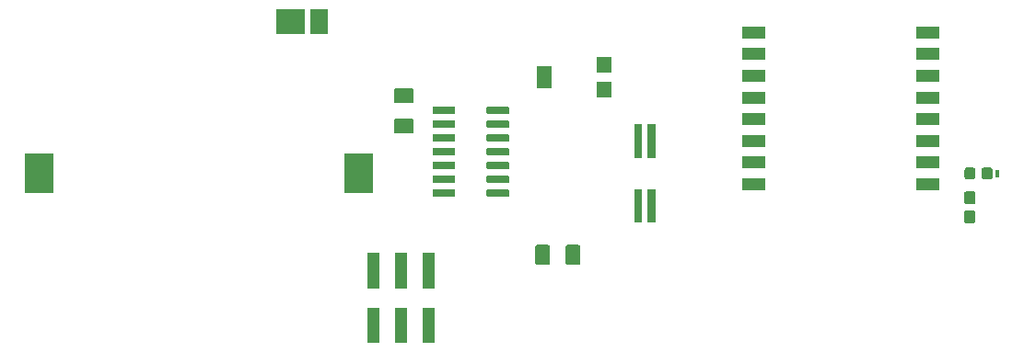
<source format=gts>
G04 #@! TF.GenerationSoftware,KiCad,Pcbnew,(5.1.2-1)-1*
G04 #@! TF.CreationDate,2019-09-23T09:48:08+02:00*
G04 #@! TF.ProjectId,briefkastensensor,62726965-666b-4617-9374-656e73656e73,rev?*
G04 #@! TF.SameCoordinates,Original*
G04 #@! TF.FileFunction,Soldermask,Top*
G04 #@! TF.FilePolarity,Negative*
%FSLAX46Y46*%
G04 Gerber Fmt 4.6, Leading zero omitted, Abs format (unit mm)*
G04 Created by KiCad (PCBNEW (5.1.2-1)-1) date 2019-09-23 09:48:08*
%MOMM*%
%LPD*%
G04 APERTURE LIST*
%ADD10C,0.100000*%
G04 APERTURE END LIST*
D10*
G36*
X141631000Y-103126000D02*
G01*
X140529000Y-103126000D01*
X140529000Y-99874000D01*
X141631000Y-99874000D01*
X141631000Y-103126000D01*
X141631000Y-103126000D01*
G37*
G36*
X139091000Y-103126000D02*
G01*
X137989000Y-103126000D01*
X137989000Y-99874000D01*
X139091000Y-99874000D01*
X139091000Y-103126000D01*
X139091000Y-103126000D01*
G37*
G36*
X136551000Y-103126000D02*
G01*
X135449000Y-103126000D01*
X135449000Y-99874000D01*
X136551000Y-99874000D01*
X136551000Y-103126000D01*
X136551000Y-103126000D01*
G37*
G36*
X141631000Y-98076000D02*
G01*
X140529000Y-98076000D01*
X140529000Y-94824000D01*
X141631000Y-94824000D01*
X141631000Y-98076000D01*
X141631000Y-98076000D01*
G37*
G36*
X139091000Y-98076000D02*
G01*
X137989000Y-98076000D01*
X137989000Y-94824000D01*
X139091000Y-94824000D01*
X139091000Y-98076000D01*
X139091000Y-98076000D01*
G37*
G36*
X136551000Y-98076000D02*
G01*
X135449000Y-98076000D01*
X135449000Y-94824000D01*
X136551000Y-94824000D01*
X136551000Y-98076000D01*
X136551000Y-98076000D01*
G37*
G36*
X154918604Y-94078347D02*
G01*
X154955144Y-94089432D01*
X154988821Y-94107433D01*
X155018341Y-94131659D01*
X155042567Y-94161179D01*
X155060568Y-94194856D01*
X155071653Y-94231396D01*
X155076000Y-94275538D01*
X155076000Y-95724462D01*
X155071653Y-95768604D01*
X155060568Y-95805144D01*
X155042567Y-95838821D01*
X155018341Y-95868341D01*
X154988821Y-95892567D01*
X154955144Y-95910568D01*
X154918604Y-95921653D01*
X154874462Y-95926000D01*
X153925538Y-95926000D01*
X153881396Y-95921653D01*
X153844856Y-95910568D01*
X153811179Y-95892567D01*
X153781659Y-95868341D01*
X153757433Y-95838821D01*
X153739432Y-95805144D01*
X153728347Y-95768604D01*
X153724000Y-95724462D01*
X153724000Y-94275538D01*
X153728347Y-94231396D01*
X153739432Y-94194856D01*
X153757433Y-94161179D01*
X153781659Y-94131659D01*
X153811179Y-94107433D01*
X153844856Y-94089432D01*
X153881396Y-94078347D01*
X153925538Y-94074000D01*
X154874462Y-94074000D01*
X154918604Y-94078347D01*
X154918604Y-94078347D01*
G37*
G36*
X152118604Y-94078347D02*
G01*
X152155144Y-94089432D01*
X152188821Y-94107433D01*
X152218341Y-94131659D01*
X152242567Y-94161179D01*
X152260568Y-94194856D01*
X152271653Y-94231396D01*
X152276000Y-94275538D01*
X152276000Y-95724462D01*
X152271653Y-95768604D01*
X152260568Y-95805144D01*
X152242567Y-95838821D01*
X152218341Y-95868341D01*
X152188821Y-95892567D01*
X152155144Y-95910568D01*
X152118604Y-95921653D01*
X152074462Y-95926000D01*
X151125538Y-95926000D01*
X151081396Y-95921653D01*
X151044856Y-95910568D01*
X151011179Y-95892567D01*
X150981659Y-95868341D01*
X150957433Y-95838821D01*
X150939432Y-95805144D01*
X150928347Y-95768604D01*
X150924000Y-95724462D01*
X150924000Y-94275538D01*
X150928347Y-94231396D01*
X150939432Y-94194856D01*
X150957433Y-94161179D01*
X150981659Y-94131659D01*
X151011179Y-94107433D01*
X151044856Y-94089432D01*
X151081396Y-94078347D01*
X151125538Y-94074000D01*
X152074462Y-94074000D01*
X152118604Y-94078347D01*
X152118604Y-94078347D01*
G37*
G36*
X191245499Y-90917945D02*
G01*
X191282995Y-90929320D01*
X191317554Y-90947792D01*
X191347847Y-90972653D01*
X191372708Y-91002946D01*
X191391180Y-91037505D01*
X191402555Y-91075001D01*
X191407000Y-91120138D01*
X191407000Y-91858862D01*
X191402555Y-91903999D01*
X191391180Y-91941495D01*
X191372708Y-91976054D01*
X191347847Y-92006347D01*
X191317554Y-92031208D01*
X191282995Y-92049680D01*
X191245499Y-92061055D01*
X191200362Y-92065500D01*
X190561638Y-92065500D01*
X190516501Y-92061055D01*
X190479005Y-92049680D01*
X190444446Y-92031208D01*
X190414153Y-92006347D01*
X190389292Y-91976054D01*
X190370820Y-91941495D01*
X190359445Y-91903999D01*
X190355000Y-91858862D01*
X190355000Y-91120138D01*
X190359445Y-91075001D01*
X190370820Y-91037505D01*
X190389292Y-91002946D01*
X190414153Y-90972653D01*
X190444446Y-90947792D01*
X190479005Y-90929320D01*
X190516501Y-90917945D01*
X190561638Y-90913500D01*
X191200362Y-90913500D01*
X191245499Y-90917945D01*
X191245499Y-90917945D01*
G37*
G36*
X161951000Y-92051000D02*
G01*
X161249000Y-92051000D01*
X161249000Y-88949000D01*
X161951000Y-88949000D01*
X161951000Y-92051000D01*
X161951000Y-92051000D01*
G37*
G36*
X160751000Y-92051000D02*
G01*
X160049000Y-92051000D01*
X160049000Y-88949000D01*
X160751000Y-88949000D01*
X160751000Y-92051000D01*
X160751000Y-92051000D01*
G37*
G36*
X191245499Y-89167945D02*
G01*
X191282995Y-89179320D01*
X191317554Y-89197792D01*
X191347847Y-89222653D01*
X191372708Y-89252946D01*
X191391180Y-89287505D01*
X191402555Y-89325001D01*
X191407000Y-89370138D01*
X191407000Y-90108862D01*
X191402555Y-90153999D01*
X191391180Y-90191495D01*
X191372708Y-90226054D01*
X191347847Y-90256347D01*
X191317554Y-90281208D01*
X191282995Y-90299680D01*
X191245499Y-90311055D01*
X191200362Y-90315500D01*
X190561638Y-90315500D01*
X190516501Y-90311055D01*
X190479005Y-90299680D01*
X190444446Y-90281208D01*
X190414153Y-90256347D01*
X190389292Y-90226054D01*
X190370820Y-90191495D01*
X190359445Y-90153999D01*
X190355000Y-90108862D01*
X190355000Y-89370138D01*
X190359445Y-89325001D01*
X190370820Y-89287505D01*
X190389292Y-89252946D01*
X190414153Y-89222653D01*
X190444446Y-89197792D01*
X190479005Y-89179320D01*
X190516501Y-89167945D01*
X190561638Y-89163500D01*
X191200362Y-89163500D01*
X191245499Y-89167945D01*
X191245499Y-89167945D01*
G37*
G36*
X148409928Y-88961764D02*
G01*
X148431009Y-88968160D01*
X148450445Y-88978548D01*
X148467476Y-88992524D01*
X148481452Y-89009555D01*
X148491840Y-89028991D01*
X148498236Y-89050072D01*
X148501000Y-89078140D01*
X148501000Y-89541860D01*
X148498236Y-89569928D01*
X148491840Y-89591009D01*
X148481452Y-89610445D01*
X148467476Y-89627476D01*
X148450445Y-89641452D01*
X148431009Y-89651840D01*
X148409928Y-89658236D01*
X148381860Y-89661000D01*
X146568140Y-89661000D01*
X146540072Y-89658236D01*
X146518991Y-89651840D01*
X146499555Y-89641452D01*
X146482524Y-89627476D01*
X146468548Y-89610445D01*
X146458160Y-89591009D01*
X146451764Y-89569928D01*
X146449000Y-89541860D01*
X146449000Y-89078140D01*
X146451764Y-89050072D01*
X146458160Y-89028991D01*
X146468548Y-89009555D01*
X146482524Y-88992524D01*
X146499555Y-88978548D01*
X146518991Y-88968160D01*
X146540072Y-88961764D01*
X146568140Y-88959000D01*
X148381860Y-88959000D01*
X148409928Y-88961764D01*
X148409928Y-88961764D01*
G37*
G36*
X143459928Y-88961764D02*
G01*
X143481009Y-88968160D01*
X143500445Y-88978548D01*
X143517476Y-88992524D01*
X143531452Y-89009555D01*
X143541840Y-89028991D01*
X143548236Y-89050072D01*
X143551000Y-89078140D01*
X143551000Y-89541860D01*
X143548236Y-89569928D01*
X143541840Y-89591009D01*
X143531452Y-89610445D01*
X143517476Y-89627476D01*
X143500445Y-89641452D01*
X143481009Y-89651840D01*
X143459928Y-89658236D01*
X143431860Y-89661000D01*
X141618140Y-89661000D01*
X141590072Y-89658236D01*
X141568991Y-89651840D01*
X141549555Y-89641452D01*
X141532524Y-89627476D01*
X141518548Y-89610445D01*
X141508160Y-89591009D01*
X141501764Y-89569928D01*
X141499000Y-89541860D01*
X141499000Y-89078140D01*
X141501764Y-89050072D01*
X141508160Y-89028991D01*
X141518548Y-89009555D01*
X141532524Y-88992524D01*
X141549555Y-88978548D01*
X141568991Y-88968160D01*
X141590072Y-88961764D01*
X141618140Y-88959000D01*
X143431860Y-88959000D01*
X143459928Y-88961764D01*
X143459928Y-88961764D01*
G37*
G36*
X106641000Y-89306000D02*
G01*
X103999000Y-89306000D01*
X103999000Y-85694000D01*
X106641000Y-85694000D01*
X106641000Y-89306000D01*
X106641000Y-89306000D01*
G37*
G36*
X136001000Y-89306000D02*
G01*
X133359000Y-89306000D01*
X133359000Y-85694000D01*
X136001000Y-85694000D01*
X136001000Y-89306000D01*
X136001000Y-89306000D01*
G37*
G36*
X188051000Y-89051000D02*
G01*
X185949000Y-89051000D01*
X185949000Y-87949000D01*
X188051000Y-87949000D01*
X188051000Y-89051000D01*
X188051000Y-89051000D01*
G37*
G36*
X172051000Y-89051000D02*
G01*
X169949000Y-89051000D01*
X169949000Y-87949000D01*
X172051000Y-87949000D01*
X172051000Y-89051000D01*
X172051000Y-89051000D01*
G37*
G36*
X148409928Y-87691764D02*
G01*
X148431009Y-87698160D01*
X148450445Y-87708548D01*
X148467476Y-87722524D01*
X148481452Y-87739555D01*
X148491840Y-87758991D01*
X148498236Y-87780072D01*
X148501000Y-87808140D01*
X148501000Y-88271860D01*
X148498236Y-88299928D01*
X148491840Y-88321009D01*
X148481452Y-88340445D01*
X148467476Y-88357476D01*
X148450445Y-88371452D01*
X148431009Y-88381840D01*
X148409928Y-88388236D01*
X148381860Y-88391000D01*
X146568140Y-88391000D01*
X146540072Y-88388236D01*
X146518991Y-88381840D01*
X146499555Y-88371452D01*
X146482524Y-88357476D01*
X146468548Y-88340445D01*
X146458160Y-88321009D01*
X146451764Y-88299928D01*
X146449000Y-88271860D01*
X146449000Y-87808140D01*
X146451764Y-87780072D01*
X146458160Y-87758991D01*
X146468548Y-87739555D01*
X146482524Y-87722524D01*
X146499555Y-87708548D01*
X146518991Y-87698160D01*
X146540072Y-87691764D01*
X146568140Y-87689000D01*
X148381860Y-87689000D01*
X148409928Y-87691764D01*
X148409928Y-87691764D01*
G37*
G36*
X143459928Y-87691764D02*
G01*
X143481009Y-87698160D01*
X143500445Y-87708548D01*
X143517476Y-87722524D01*
X143531452Y-87739555D01*
X143541840Y-87758991D01*
X143548236Y-87780072D01*
X143551000Y-87808140D01*
X143551000Y-88271860D01*
X143548236Y-88299928D01*
X143541840Y-88321009D01*
X143531452Y-88340445D01*
X143517476Y-88357476D01*
X143500445Y-88371452D01*
X143481009Y-88381840D01*
X143459928Y-88388236D01*
X143431860Y-88391000D01*
X141618140Y-88391000D01*
X141590072Y-88388236D01*
X141568991Y-88381840D01*
X141549555Y-88371452D01*
X141532524Y-88357476D01*
X141518548Y-88340445D01*
X141508160Y-88321009D01*
X141501764Y-88299928D01*
X141499000Y-88271860D01*
X141499000Y-87808140D01*
X141501764Y-87780072D01*
X141508160Y-87758991D01*
X141518548Y-87739555D01*
X141532524Y-87722524D01*
X141549555Y-87708548D01*
X141568991Y-87698160D01*
X141590072Y-87691764D01*
X141618140Y-87689000D01*
X143431860Y-87689000D01*
X143459928Y-87691764D01*
X143459928Y-87691764D01*
G37*
G36*
X192798791Y-86971685D02*
G01*
X192832769Y-86981993D01*
X192864090Y-86998734D01*
X192891539Y-87021261D01*
X192914066Y-87048710D01*
X192930807Y-87080031D01*
X192941115Y-87114009D01*
X192945200Y-87155490D01*
X192945200Y-87831710D01*
X192941115Y-87873191D01*
X192930807Y-87907169D01*
X192914066Y-87938490D01*
X192891539Y-87965939D01*
X192864090Y-87988466D01*
X192832769Y-88005207D01*
X192798791Y-88015515D01*
X192757310Y-88019600D01*
X192156090Y-88019600D01*
X192114609Y-88015515D01*
X192080631Y-88005207D01*
X192049310Y-87988466D01*
X192021861Y-87965939D01*
X191999334Y-87938490D01*
X191982593Y-87907169D01*
X191972285Y-87873191D01*
X191968200Y-87831710D01*
X191968200Y-87155490D01*
X191972285Y-87114009D01*
X191982593Y-87080031D01*
X191999334Y-87048710D01*
X192021861Y-87021261D01*
X192049310Y-86998734D01*
X192080631Y-86981993D01*
X192114609Y-86971685D01*
X192156090Y-86967600D01*
X192757310Y-86967600D01*
X192798791Y-86971685D01*
X192798791Y-86971685D01*
G37*
G36*
X191223791Y-86971685D02*
G01*
X191257769Y-86981993D01*
X191289090Y-86998734D01*
X191316539Y-87021261D01*
X191339066Y-87048710D01*
X191355807Y-87080031D01*
X191366115Y-87114009D01*
X191370200Y-87155490D01*
X191370200Y-87831710D01*
X191366115Y-87873191D01*
X191355807Y-87907169D01*
X191339066Y-87938490D01*
X191316539Y-87965939D01*
X191289090Y-87988466D01*
X191257769Y-88005207D01*
X191223791Y-88015515D01*
X191182310Y-88019600D01*
X190581090Y-88019600D01*
X190539609Y-88015515D01*
X190505631Y-88005207D01*
X190474310Y-87988466D01*
X190446861Y-87965939D01*
X190424334Y-87938490D01*
X190407593Y-87907169D01*
X190397285Y-87873191D01*
X190393200Y-87831710D01*
X190393200Y-87155490D01*
X190397285Y-87114009D01*
X190407593Y-87080031D01*
X190424334Y-87048710D01*
X190446861Y-87021261D01*
X190474310Y-86998734D01*
X190505631Y-86981993D01*
X190539609Y-86971685D01*
X190581090Y-86967600D01*
X191182310Y-86967600D01*
X191223791Y-86971685D01*
X191223791Y-86971685D01*
G37*
G36*
X193551000Y-87851000D02*
G01*
X193249000Y-87851000D01*
X193249000Y-87149000D01*
X193551000Y-87149000D01*
X193551000Y-87851000D01*
X193551000Y-87851000D01*
G37*
G36*
X143459928Y-86421764D02*
G01*
X143481009Y-86428160D01*
X143500445Y-86438548D01*
X143517476Y-86452524D01*
X143531452Y-86469555D01*
X143541840Y-86488991D01*
X143548236Y-86510072D01*
X143551000Y-86538140D01*
X143551000Y-87001860D01*
X143548236Y-87029928D01*
X143541840Y-87051009D01*
X143531452Y-87070445D01*
X143517476Y-87087476D01*
X143500445Y-87101452D01*
X143481009Y-87111840D01*
X143459928Y-87118236D01*
X143431860Y-87121000D01*
X141618140Y-87121000D01*
X141590072Y-87118236D01*
X141568991Y-87111840D01*
X141549555Y-87101452D01*
X141532524Y-87087476D01*
X141518548Y-87070445D01*
X141508160Y-87051009D01*
X141501764Y-87029928D01*
X141499000Y-87001860D01*
X141499000Y-86538140D01*
X141501764Y-86510072D01*
X141508160Y-86488991D01*
X141518548Y-86469555D01*
X141532524Y-86452524D01*
X141549555Y-86438548D01*
X141568991Y-86428160D01*
X141590072Y-86421764D01*
X141618140Y-86419000D01*
X143431860Y-86419000D01*
X143459928Y-86421764D01*
X143459928Y-86421764D01*
G37*
G36*
X148409928Y-86421764D02*
G01*
X148431009Y-86428160D01*
X148450445Y-86438548D01*
X148467476Y-86452524D01*
X148481452Y-86469555D01*
X148491840Y-86488991D01*
X148498236Y-86510072D01*
X148501000Y-86538140D01*
X148501000Y-87001860D01*
X148498236Y-87029928D01*
X148491840Y-87051009D01*
X148481452Y-87070445D01*
X148467476Y-87087476D01*
X148450445Y-87101452D01*
X148431009Y-87111840D01*
X148409928Y-87118236D01*
X148381860Y-87121000D01*
X146568140Y-87121000D01*
X146540072Y-87118236D01*
X146518991Y-87111840D01*
X146499555Y-87101452D01*
X146482524Y-87087476D01*
X146468548Y-87070445D01*
X146458160Y-87051009D01*
X146451764Y-87029928D01*
X146449000Y-87001860D01*
X146449000Y-86538140D01*
X146451764Y-86510072D01*
X146458160Y-86488991D01*
X146468548Y-86469555D01*
X146482524Y-86452524D01*
X146499555Y-86438548D01*
X146518991Y-86428160D01*
X146540072Y-86421764D01*
X146568140Y-86419000D01*
X148381860Y-86419000D01*
X148409928Y-86421764D01*
X148409928Y-86421764D01*
G37*
G36*
X172051000Y-87051000D02*
G01*
X169949000Y-87051000D01*
X169949000Y-85949000D01*
X172051000Y-85949000D01*
X172051000Y-87051000D01*
X172051000Y-87051000D01*
G37*
G36*
X188051000Y-87051000D02*
G01*
X185949000Y-87051000D01*
X185949000Y-85949000D01*
X188051000Y-85949000D01*
X188051000Y-87051000D01*
X188051000Y-87051000D01*
G37*
G36*
X161951000Y-86051000D02*
G01*
X161249000Y-86051000D01*
X161249000Y-82949000D01*
X161951000Y-82949000D01*
X161951000Y-86051000D01*
X161951000Y-86051000D01*
G37*
G36*
X160751000Y-86051000D02*
G01*
X160049000Y-86051000D01*
X160049000Y-82949000D01*
X160751000Y-82949000D01*
X160751000Y-86051000D01*
X160751000Y-86051000D01*
G37*
G36*
X148409928Y-85151764D02*
G01*
X148431009Y-85158160D01*
X148450445Y-85168548D01*
X148467476Y-85182524D01*
X148481452Y-85199555D01*
X148491840Y-85218991D01*
X148498236Y-85240072D01*
X148501000Y-85268140D01*
X148501000Y-85731860D01*
X148498236Y-85759928D01*
X148491840Y-85781009D01*
X148481452Y-85800445D01*
X148467476Y-85817476D01*
X148450445Y-85831452D01*
X148431009Y-85841840D01*
X148409928Y-85848236D01*
X148381860Y-85851000D01*
X146568140Y-85851000D01*
X146540072Y-85848236D01*
X146518991Y-85841840D01*
X146499555Y-85831452D01*
X146482524Y-85817476D01*
X146468548Y-85800445D01*
X146458160Y-85781009D01*
X146451764Y-85759928D01*
X146449000Y-85731860D01*
X146449000Y-85268140D01*
X146451764Y-85240072D01*
X146458160Y-85218991D01*
X146468548Y-85199555D01*
X146482524Y-85182524D01*
X146499555Y-85168548D01*
X146518991Y-85158160D01*
X146540072Y-85151764D01*
X146568140Y-85149000D01*
X148381860Y-85149000D01*
X148409928Y-85151764D01*
X148409928Y-85151764D01*
G37*
G36*
X143459928Y-85151764D02*
G01*
X143481009Y-85158160D01*
X143500445Y-85168548D01*
X143517476Y-85182524D01*
X143531452Y-85199555D01*
X143541840Y-85218991D01*
X143548236Y-85240072D01*
X143551000Y-85268140D01*
X143551000Y-85731860D01*
X143548236Y-85759928D01*
X143541840Y-85781009D01*
X143531452Y-85800445D01*
X143517476Y-85817476D01*
X143500445Y-85831452D01*
X143481009Y-85841840D01*
X143459928Y-85848236D01*
X143431860Y-85851000D01*
X141618140Y-85851000D01*
X141590072Y-85848236D01*
X141568991Y-85841840D01*
X141549555Y-85831452D01*
X141532524Y-85817476D01*
X141518548Y-85800445D01*
X141508160Y-85781009D01*
X141501764Y-85759928D01*
X141499000Y-85731860D01*
X141499000Y-85268140D01*
X141501764Y-85240072D01*
X141508160Y-85218991D01*
X141518548Y-85199555D01*
X141532524Y-85182524D01*
X141549555Y-85168548D01*
X141568991Y-85158160D01*
X141590072Y-85151764D01*
X141618140Y-85149000D01*
X143431860Y-85149000D01*
X143459928Y-85151764D01*
X143459928Y-85151764D01*
G37*
G36*
X188051000Y-85051000D02*
G01*
X185949000Y-85051000D01*
X185949000Y-83949000D01*
X188051000Y-83949000D01*
X188051000Y-85051000D01*
X188051000Y-85051000D01*
G37*
G36*
X172051000Y-85051000D02*
G01*
X169949000Y-85051000D01*
X169949000Y-83949000D01*
X172051000Y-83949000D01*
X172051000Y-85051000D01*
X172051000Y-85051000D01*
G37*
G36*
X143459928Y-83881764D02*
G01*
X143481009Y-83888160D01*
X143500445Y-83898548D01*
X143517476Y-83912524D01*
X143531452Y-83929555D01*
X143541840Y-83948991D01*
X143548236Y-83970072D01*
X143551000Y-83998140D01*
X143551000Y-84461860D01*
X143548236Y-84489928D01*
X143541840Y-84511009D01*
X143531452Y-84530445D01*
X143517476Y-84547476D01*
X143500445Y-84561452D01*
X143481009Y-84571840D01*
X143459928Y-84578236D01*
X143431860Y-84581000D01*
X141618140Y-84581000D01*
X141590072Y-84578236D01*
X141568991Y-84571840D01*
X141549555Y-84561452D01*
X141532524Y-84547476D01*
X141518548Y-84530445D01*
X141508160Y-84511009D01*
X141501764Y-84489928D01*
X141499000Y-84461860D01*
X141499000Y-83998140D01*
X141501764Y-83970072D01*
X141508160Y-83948991D01*
X141518548Y-83929555D01*
X141532524Y-83912524D01*
X141549555Y-83898548D01*
X141568991Y-83888160D01*
X141590072Y-83881764D01*
X141618140Y-83879000D01*
X143431860Y-83879000D01*
X143459928Y-83881764D01*
X143459928Y-83881764D01*
G37*
G36*
X148409928Y-83881764D02*
G01*
X148431009Y-83888160D01*
X148450445Y-83898548D01*
X148467476Y-83912524D01*
X148481452Y-83929555D01*
X148491840Y-83948991D01*
X148498236Y-83970072D01*
X148501000Y-83998140D01*
X148501000Y-84461860D01*
X148498236Y-84489928D01*
X148491840Y-84511009D01*
X148481452Y-84530445D01*
X148467476Y-84547476D01*
X148450445Y-84561452D01*
X148431009Y-84571840D01*
X148409928Y-84578236D01*
X148381860Y-84581000D01*
X146568140Y-84581000D01*
X146540072Y-84578236D01*
X146518991Y-84571840D01*
X146499555Y-84561452D01*
X146482524Y-84547476D01*
X146468548Y-84530445D01*
X146458160Y-84511009D01*
X146451764Y-84489928D01*
X146449000Y-84461860D01*
X146449000Y-83998140D01*
X146451764Y-83970072D01*
X146458160Y-83948991D01*
X146468548Y-83929555D01*
X146482524Y-83912524D01*
X146499555Y-83898548D01*
X146518991Y-83888160D01*
X146540072Y-83881764D01*
X146568140Y-83879000D01*
X148381860Y-83879000D01*
X148409928Y-83881764D01*
X148409928Y-83881764D01*
G37*
G36*
X139605004Y-82465547D02*
G01*
X139641544Y-82476632D01*
X139675221Y-82494633D01*
X139704741Y-82518859D01*
X139728967Y-82548379D01*
X139746968Y-82582056D01*
X139758053Y-82618596D01*
X139762400Y-82662738D01*
X139762400Y-83611662D01*
X139758053Y-83655804D01*
X139746968Y-83692344D01*
X139728967Y-83726021D01*
X139704741Y-83755541D01*
X139675221Y-83779767D01*
X139641544Y-83797768D01*
X139605004Y-83808853D01*
X139560862Y-83813200D01*
X138111938Y-83813200D01*
X138067796Y-83808853D01*
X138031256Y-83797768D01*
X137997579Y-83779767D01*
X137968059Y-83755541D01*
X137943833Y-83726021D01*
X137925832Y-83692344D01*
X137914747Y-83655804D01*
X137910400Y-83611662D01*
X137910400Y-82662738D01*
X137914747Y-82618596D01*
X137925832Y-82582056D01*
X137943833Y-82548379D01*
X137968059Y-82518859D01*
X137997579Y-82494633D01*
X138031256Y-82476632D01*
X138067796Y-82465547D01*
X138111938Y-82461200D01*
X139560862Y-82461200D01*
X139605004Y-82465547D01*
X139605004Y-82465547D01*
G37*
G36*
X143459928Y-82611764D02*
G01*
X143481009Y-82618160D01*
X143500445Y-82628548D01*
X143517476Y-82642524D01*
X143531452Y-82659555D01*
X143541840Y-82678991D01*
X143548236Y-82700072D01*
X143551000Y-82728140D01*
X143551000Y-83191860D01*
X143548236Y-83219928D01*
X143541840Y-83241009D01*
X143531452Y-83260445D01*
X143517476Y-83277476D01*
X143500445Y-83291452D01*
X143481009Y-83301840D01*
X143459928Y-83308236D01*
X143431860Y-83311000D01*
X141618140Y-83311000D01*
X141590072Y-83308236D01*
X141568991Y-83301840D01*
X141549555Y-83291452D01*
X141532524Y-83277476D01*
X141518548Y-83260445D01*
X141508160Y-83241009D01*
X141501764Y-83219928D01*
X141499000Y-83191860D01*
X141499000Y-82728140D01*
X141501764Y-82700072D01*
X141508160Y-82678991D01*
X141518548Y-82659555D01*
X141532524Y-82642524D01*
X141549555Y-82628548D01*
X141568991Y-82618160D01*
X141590072Y-82611764D01*
X141618140Y-82609000D01*
X143431860Y-82609000D01*
X143459928Y-82611764D01*
X143459928Y-82611764D01*
G37*
G36*
X148409928Y-82611764D02*
G01*
X148431009Y-82618160D01*
X148450445Y-82628548D01*
X148467476Y-82642524D01*
X148481452Y-82659555D01*
X148491840Y-82678991D01*
X148498236Y-82700072D01*
X148501000Y-82728140D01*
X148501000Y-83191860D01*
X148498236Y-83219928D01*
X148491840Y-83241009D01*
X148481452Y-83260445D01*
X148467476Y-83277476D01*
X148450445Y-83291452D01*
X148431009Y-83301840D01*
X148409928Y-83308236D01*
X148381860Y-83311000D01*
X146568140Y-83311000D01*
X146540072Y-83308236D01*
X146518991Y-83301840D01*
X146499555Y-83291452D01*
X146482524Y-83277476D01*
X146468548Y-83260445D01*
X146458160Y-83241009D01*
X146451764Y-83219928D01*
X146449000Y-83191860D01*
X146449000Y-82728140D01*
X146451764Y-82700072D01*
X146458160Y-82678991D01*
X146468548Y-82659555D01*
X146482524Y-82642524D01*
X146499555Y-82628548D01*
X146518991Y-82618160D01*
X146540072Y-82611764D01*
X146568140Y-82609000D01*
X148381860Y-82609000D01*
X148409928Y-82611764D01*
X148409928Y-82611764D01*
G37*
G36*
X188051000Y-83051000D02*
G01*
X185949000Y-83051000D01*
X185949000Y-81949000D01*
X188051000Y-81949000D01*
X188051000Y-83051000D01*
X188051000Y-83051000D01*
G37*
G36*
X172051000Y-83051000D02*
G01*
X169949000Y-83051000D01*
X169949000Y-81949000D01*
X172051000Y-81949000D01*
X172051000Y-83051000D01*
X172051000Y-83051000D01*
G37*
G36*
X148409928Y-81341764D02*
G01*
X148431009Y-81348160D01*
X148450445Y-81358548D01*
X148467476Y-81372524D01*
X148481452Y-81389555D01*
X148491840Y-81408991D01*
X148498236Y-81430072D01*
X148501000Y-81458140D01*
X148501000Y-81921860D01*
X148498236Y-81949928D01*
X148491840Y-81971009D01*
X148481452Y-81990445D01*
X148467476Y-82007476D01*
X148450445Y-82021452D01*
X148431009Y-82031840D01*
X148409928Y-82038236D01*
X148381860Y-82041000D01*
X146568140Y-82041000D01*
X146540072Y-82038236D01*
X146518991Y-82031840D01*
X146499555Y-82021452D01*
X146482524Y-82007476D01*
X146468548Y-81990445D01*
X146458160Y-81971009D01*
X146451764Y-81949928D01*
X146449000Y-81921860D01*
X146449000Y-81458140D01*
X146451764Y-81430072D01*
X146458160Y-81408991D01*
X146468548Y-81389555D01*
X146482524Y-81372524D01*
X146499555Y-81358548D01*
X146518991Y-81348160D01*
X146540072Y-81341764D01*
X146568140Y-81339000D01*
X148381860Y-81339000D01*
X148409928Y-81341764D01*
X148409928Y-81341764D01*
G37*
G36*
X143459928Y-81341764D02*
G01*
X143481009Y-81348160D01*
X143500445Y-81358548D01*
X143517476Y-81372524D01*
X143531452Y-81389555D01*
X143541840Y-81408991D01*
X143548236Y-81430072D01*
X143551000Y-81458140D01*
X143551000Y-81921860D01*
X143548236Y-81949928D01*
X143541840Y-81971009D01*
X143531452Y-81990445D01*
X143517476Y-82007476D01*
X143500445Y-82021452D01*
X143481009Y-82031840D01*
X143459928Y-82038236D01*
X143431860Y-82041000D01*
X141618140Y-82041000D01*
X141590072Y-82038236D01*
X141568991Y-82031840D01*
X141549555Y-82021452D01*
X141532524Y-82007476D01*
X141518548Y-81990445D01*
X141508160Y-81971009D01*
X141501764Y-81949928D01*
X141499000Y-81921860D01*
X141499000Y-81458140D01*
X141501764Y-81430072D01*
X141508160Y-81408991D01*
X141518548Y-81389555D01*
X141532524Y-81372524D01*
X141549555Y-81358548D01*
X141568991Y-81348160D01*
X141590072Y-81341764D01*
X141618140Y-81339000D01*
X143431860Y-81339000D01*
X143459928Y-81341764D01*
X143459928Y-81341764D01*
G37*
G36*
X172051000Y-81051000D02*
G01*
X169949000Y-81051000D01*
X169949000Y-79949000D01*
X172051000Y-79949000D01*
X172051000Y-81051000D01*
X172051000Y-81051000D01*
G37*
G36*
X188051000Y-81051000D02*
G01*
X185949000Y-81051000D01*
X185949000Y-79949000D01*
X188051000Y-79949000D01*
X188051000Y-81051000D01*
X188051000Y-81051000D01*
G37*
G36*
X139605004Y-79665547D02*
G01*
X139641544Y-79676632D01*
X139675221Y-79694633D01*
X139704741Y-79718859D01*
X139728967Y-79748379D01*
X139746968Y-79782056D01*
X139758053Y-79818596D01*
X139762400Y-79862738D01*
X139762400Y-80811662D01*
X139758053Y-80855804D01*
X139746968Y-80892344D01*
X139728967Y-80926021D01*
X139704741Y-80955541D01*
X139675221Y-80979767D01*
X139641544Y-80997768D01*
X139605004Y-81008853D01*
X139560862Y-81013200D01*
X138111938Y-81013200D01*
X138067796Y-81008853D01*
X138031256Y-80997768D01*
X137997579Y-80979767D01*
X137968059Y-80955541D01*
X137943833Y-80926021D01*
X137925832Y-80892344D01*
X137914747Y-80855804D01*
X137910400Y-80811662D01*
X137910400Y-79862738D01*
X137914747Y-79818596D01*
X137925832Y-79782056D01*
X137943833Y-79748379D01*
X137968059Y-79718859D01*
X137997579Y-79694633D01*
X138031256Y-79676632D01*
X138067796Y-79665547D01*
X138111938Y-79661200D01*
X139560862Y-79661200D01*
X139605004Y-79665547D01*
X139605004Y-79665547D01*
G37*
G36*
X157951000Y-80489400D02*
G01*
X156549000Y-80489400D01*
X156549000Y-79087400D01*
X157951000Y-79087400D01*
X157951000Y-80489400D01*
X157951000Y-80489400D01*
G37*
G36*
X152451000Y-79689400D02*
G01*
X151049000Y-79689400D01*
X151049000Y-77587400D01*
X152451000Y-77587400D01*
X152451000Y-79689400D01*
X152451000Y-79689400D01*
G37*
G36*
X172051000Y-79051000D02*
G01*
X169949000Y-79051000D01*
X169949000Y-77949000D01*
X172051000Y-77949000D01*
X172051000Y-79051000D01*
X172051000Y-79051000D01*
G37*
G36*
X188051000Y-79051000D02*
G01*
X185949000Y-79051000D01*
X185949000Y-77949000D01*
X188051000Y-77949000D01*
X188051000Y-79051000D01*
X188051000Y-79051000D01*
G37*
G36*
X157951000Y-78189400D02*
G01*
X156549000Y-78189400D01*
X156549000Y-76787400D01*
X157951000Y-76787400D01*
X157951000Y-78189400D01*
X157951000Y-78189400D01*
G37*
G36*
X172051000Y-77051000D02*
G01*
X169949000Y-77051000D01*
X169949000Y-75949000D01*
X172051000Y-75949000D01*
X172051000Y-77051000D01*
X172051000Y-77051000D01*
G37*
G36*
X188051000Y-77051000D02*
G01*
X185949000Y-77051000D01*
X185949000Y-75949000D01*
X188051000Y-75949000D01*
X188051000Y-77051000D01*
X188051000Y-77051000D01*
G37*
G36*
X172051000Y-75051000D02*
G01*
X169949000Y-75051000D01*
X169949000Y-73949000D01*
X172051000Y-73949000D01*
X172051000Y-75051000D01*
X172051000Y-75051000D01*
G37*
G36*
X188051000Y-75051000D02*
G01*
X185949000Y-75051000D01*
X185949000Y-73949000D01*
X188051000Y-73949000D01*
X188051000Y-75051000D01*
X188051000Y-75051000D01*
G37*
G36*
X129751000Y-74651000D02*
G01*
X127149000Y-74651000D01*
X127149000Y-72349000D01*
X129751000Y-72349000D01*
X129751000Y-74651000D01*
X129751000Y-74651000D01*
G37*
G36*
X131851000Y-74651000D02*
G01*
X130199000Y-74651000D01*
X130199000Y-72349000D01*
X131851000Y-72349000D01*
X131851000Y-74651000D01*
X131851000Y-74651000D01*
G37*
M02*

</source>
